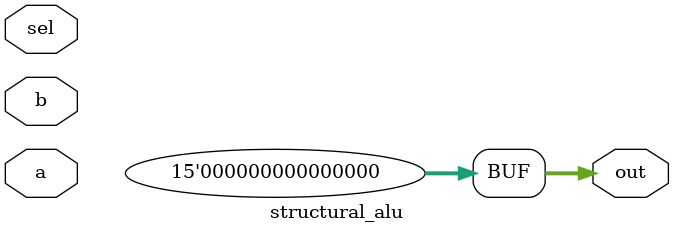
<source format=v>
module structural_alu (
    input [13:0] a,
    input [13:0] b,
    input [1:0] sel,
    output [14:0] out
);
    assign out = 15'd0;
endmodule

</source>
